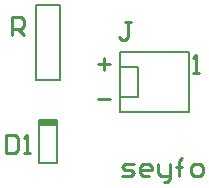
<source format=gto>
G04*
G04 #@! TF.GenerationSoftware,Altium Limited,Altium Designer,24.9.1 (31)*
G04*
G04 Layer_Color=65535*
%FSLAX44Y44*%
%MOMM*%
G71*
G04*
G04 #@! TF.SameCoordinates,A047F96F-CBB5-4FC4-9413-2E79A8D59A8A*
G04*
G04*
G04 #@! TF.FilePolarity,Positive*
G04*
G01*
G75*
%ADD10C,0.2000*%
%ADD11C,0.2540*%
%ADD12R,1.6000X0.5000*%
D10*
X47000Y65000D02*
X63000D01*
Y29000D02*
Y65000D01*
X47000Y29000D02*
X63000D01*
X47000D02*
Y65000D01*
X115790Y84600D02*
X131030D01*
Y110000D01*
X115790D02*
X131030D01*
X115790Y122700D02*
X174210D01*
X115790Y71900D02*
Y122700D01*
Y71900D02*
X174210D01*
Y122700D01*
X45000Y99000D02*
X47750D01*
X45000D02*
Y162000D01*
X65000D01*
Y99000D02*
Y162000D01*
X47750Y99000D02*
X65000D01*
D11*
X178020Y104920D02*
X183098D01*
X180559D01*
Y120155D01*
X178020Y117616D01*
X117540Y17618D02*
X125157D01*
X127697Y20157D01*
X125157Y22697D01*
X120079D01*
X117540Y25236D01*
X120079Y27775D01*
X127697D01*
X140393Y17618D02*
X135314D01*
X132775Y20157D01*
Y25236D01*
X135314Y27775D01*
X140393D01*
X142932Y25236D01*
Y22697D01*
X132775D01*
X148010Y27775D02*
Y20157D01*
X150549Y17618D01*
X158167D01*
Y15079D01*
X155628Y12540D01*
X153089D01*
X158167Y17618D02*
Y27775D01*
X165784Y17618D02*
Y30314D01*
Y25236D01*
X163245D01*
X168324D01*
X165784D01*
Y30314D01*
X168324Y32853D01*
X178480Y17618D02*
X183559D01*
X186098Y20157D01*
Y25236D01*
X183559Y27775D01*
X178480D01*
X175941Y25236D01*
Y20157D01*
X178480Y17618D01*
X97540Y82540D02*
X107697D01*
X97540Y112618D02*
X107697D01*
X102618Y117697D02*
Y107540D01*
X24922Y137382D02*
Y152618D01*
X32539D01*
X35078Y150078D01*
Y145000D01*
X32539Y142461D01*
X24922D01*
X30000D02*
X35078Y137382D01*
X125078Y147618D02*
X120000D01*
X122539D01*
Y134922D01*
X120000Y132382D01*
X117461D01*
X114922Y134922D01*
X19843Y52618D02*
Y37383D01*
X27461D01*
X30000Y39922D01*
Y50078D01*
X27461Y52618D01*
X19843D01*
X35078Y37383D02*
X40157D01*
X37618D01*
Y52618D01*
X35078Y50078D01*
D12*
X55000Y62500D02*
D03*
M02*

</source>
